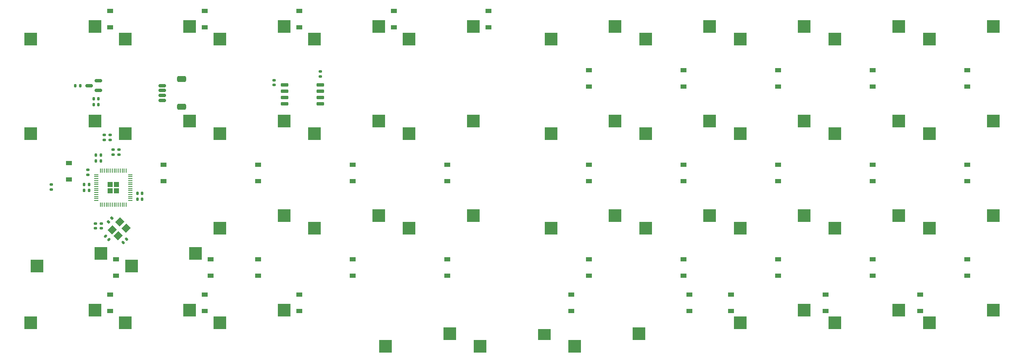
<source format=gbp>
%TF.GenerationSoftware,KiCad,Pcbnew,7.0.6*%
%TF.CreationDate,2023-12-03T11:03:35-05:00*%
%TF.ProjectId,cutiepie2040-ortho-hotswap-solder-pcb,63757469-6570-4696-9532-3034302d6f72,rev?*%
%TF.SameCoordinates,PX27bdd2cPY74f41bc*%
%TF.FileFunction,Paste,Bot*%
%TF.FilePolarity,Positive*%
%FSLAX46Y46*%
G04 Gerber Fmt 4.6, Leading zero omitted, Abs format (unit mm)*
G04 Created by KiCad (PCBNEW 7.0.6) date 2023-12-03 11:03:35*
%MOMM*%
%LPD*%
G01*
G04 APERTURE LIST*
G04 Aperture macros list*
%AMRoundRect*
0 Rectangle with rounded corners*
0 $1 Rounding radius*
0 $2 $3 $4 $5 $6 $7 $8 $9 X,Y pos of 4 corners*
0 Add a 4 corners polygon primitive as box body*
4,1,4,$2,$3,$4,$5,$6,$7,$8,$9,$2,$3,0*
0 Add four circle primitives for the rounded corners*
1,1,$1+$1,$2,$3*
1,1,$1+$1,$4,$5*
1,1,$1+$1,$6,$7*
1,1,$1+$1,$8,$9*
0 Add four rect primitives between the rounded corners*
20,1,$1+$1,$2,$3,$4,$5,0*
20,1,$1+$1,$4,$5,$6,$7,0*
20,1,$1+$1,$6,$7,$8,$9,0*
20,1,$1+$1,$8,$9,$2,$3,0*%
%AMRotRect*
0 Rectangle, with rotation*
0 The origin of the aperture is its center*
0 $1 length*
0 $2 width*
0 $3 Rotation angle, in degrees counterclockwise*
0 Add horizontal line*
21,1,$1,$2,0,0,$3*%
G04 Aperture macros list end*
%ADD10R,2.550000X2.500000*%
%ADD11RoundRect,0.140000X0.170000X-0.140000X0.170000X0.140000X-0.170000X0.140000X-0.170000X-0.140000X0*%
%ADD12R,1.200000X0.900000*%
%ADD13RoundRect,0.140000X0.021213X-0.219203X0.219203X-0.021213X-0.021213X0.219203X-0.219203X0.021213X0*%
%ADD14RoundRect,0.135000X0.035355X-0.226274X0.226274X-0.035355X-0.035355X0.226274X-0.226274X0.035355X0*%
%ADD15RoundRect,0.135000X-0.185000X0.135000X-0.185000X-0.135000X0.185000X-0.135000X0.185000X0.135000X0*%
%ADD16RoundRect,0.140000X0.140000X0.170000X-0.140000X0.170000X-0.140000X-0.170000X0.140000X-0.170000X0*%
%ADD17RoundRect,0.140000X-0.140000X-0.170000X0.140000X-0.170000X0.140000X0.170000X-0.140000X0.170000X0*%
%ADD18RoundRect,0.140000X-0.170000X0.140000X-0.170000X-0.140000X0.170000X-0.140000X0.170000X0.140000X0*%
%ADD19RoundRect,0.150000X0.587500X0.150000X-0.587500X0.150000X-0.587500X-0.150000X0.587500X-0.150000X0*%
%ADD20R,2.550000X2.170000*%
%ADD21RoundRect,0.135000X0.185000X-0.135000X0.185000X0.135000X-0.185000X0.135000X-0.185000X-0.135000X0*%
%ADD22RoundRect,0.150000X0.650000X0.150000X-0.650000X0.150000X-0.650000X-0.150000X0.650000X-0.150000X0*%
%ADD23RoundRect,0.250000X0.292217X0.292217X-0.292217X0.292217X-0.292217X-0.292217X0.292217X-0.292217X0*%
%ADD24RoundRect,0.050000X0.387500X0.050000X-0.387500X0.050000X-0.387500X-0.050000X0.387500X-0.050000X0*%
%ADD25RoundRect,0.050000X0.050000X0.387500X-0.050000X0.387500X-0.050000X-0.387500X0.050000X-0.387500X0*%
%ADD26RoundRect,0.140000X0.219203X0.021213X0.021213X0.219203X-0.219203X-0.021213X-0.021213X-0.219203X0*%
%ADD27RoundRect,0.150000X-0.625000X0.150000X-0.625000X-0.150000X0.625000X-0.150000X0.625000X0.150000X0*%
%ADD28RoundRect,0.250000X-0.650000X0.350000X-0.650000X-0.350000X0.650000X-0.350000X0.650000X0.350000X0*%
%ADD29RotRect,1.400000X1.200000X45.000000*%
G04 APERTURE END LIST*
D10*
%TO.C,MX15*%
X59589938Y35877766D03*
X72516938Y38417766D03*
%TD*%
%TO.C,MX11*%
X40539938Y35877766D03*
X53466938Y38417766D03*
%TD*%
%TO.C,MX7*%
X22732938Y28257766D03*
X35659938Y30797766D03*
%TD*%
%TO.C,MX3*%
X3682938Y28257766D03*
X16609938Y30797766D03*
%TD*%
%TO.C,MX2*%
X2439938Y54927766D03*
X15366938Y57467766D03*
%TD*%
%TO.C,MX6*%
X21489938Y54927766D03*
X34416938Y57467766D03*
%TD*%
%TO.C,MX10*%
X40539938Y54927766D03*
X53466938Y57467766D03*
%TD*%
%TO.C,MX14*%
X59589938Y54927766D03*
X72516938Y57467766D03*
%TD*%
%TO.C,MX16*%
X78639938Y73977766D03*
X91566938Y76517766D03*
%TD*%
%TO.C,MX17*%
X78639938Y54927766D03*
X91566938Y57467766D03*
%TD*%
%TO.C,MX18*%
X78639938Y35877766D03*
X91566938Y38417766D03*
%TD*%
%TO.C,MX4*%
X2439938Y16857344D03*
X15366938Y19397344D03*
%TD*%
%TO.C,MX8*%
X21489954Y16857344D03*
X34416954Y19397344D03*
%TD*%
%TO.C,MX12*%
X40539970Y16857344D03*
X53466970Y19397344D03*
%TD*%
%TO.C,MX19*%
X73877498Y12094840D03*
X86804498Y14634840D03*
%TD*%
%TO.C,MX23*%
X111977530Y12094840D03*
X124904530Y14634840D03*
%TD*%
%TO.C,MX35*%
X183414938Y73977766D03*
X196341938Y76517766D03*
%TD*%
D11*
%TO.C,C_1V-Decoup2*%
X20240676Y50717004D03*
X20240676Y51677004D03*
%TD*%
D10*
%TO.C,MX1*%
X2439938Y73977766D03*
X15366938Y76517766D03*
%TD*%
D12*
%TO.C,D6*%
X29170386Y45379806D03*
X29170386Y48679806D03*
%TD*%
%TO.C,D14*%
X67270482Y45379806D03*
X67270482Y48679806D03*
%TD*%
D13*
%TO.C,C_Crystal1*%
X21091893Y32998173D03*
X21770715Y33676995D03*
%TD*%
D10*
%TO.C,MX22*%
X107214938Y35877766D03*
X120141938Y38417766D03*
%TD*%
D12*
%TO.C,D37*%
X191095794Y26329758D03*
X191095794Y29629758D03*
%TD*%
D14*
%TO.C,R_Crystal1*%
X18094110Y37144158D03*
X18815358Y37865406D03*
%TD*%
D12*
%TO.C,D17*%
X86320530Y45379806D03*
X86320530Y48679806D03*
%TD*%
D10*
%TO.C,MX30*%
X145314938Y16827766D03*
X158241938Y19367766D03*
%TD*%
D15*
%TO.C,R_Flash1*%
X60750144Y67482825D03*
X60750144Y66462825D03*
%TD*%
D12*
%TO.C,D8*%
X37504782Y22485990D03*
X37504782Y19185990D03*
%TD*%
%TO.C,D20*%
X114895602Y64429854D03*
X114895602Y67729854D03*
%TD*%
%TO.C,D15*%
X67270482Y26329758D03*
X67270482Y29629758D03*
%TD*%
%TO.C,D31*%
X172045746Y64429854D03*
X172045746Y67729854D03*
%TD*%
D16*
%TO.C,C_3V-Decoup2*%
X16553478Y49411062D03*
X15593478Y49411062D03*
%TD*%
D12*
%TO.C,D13*%
X75604878Y79636134D03*
X75604878Y76336134D03*
%TD*%
%TO.C,D23*%
X135136278Y22485990D03*
X135136278Y19185990D03*
%TD*%
D10*
%TO.C,MX33*%
X164364938Y35877766D03*
X177291938Y38417766D03*
%TD*%
D11*
%TO.C,C_3V-Decoup7*%
X19050048Y50717004D03*
X19050048Y51677004D03*
%TD*%
D12*
%TO.C,D32*%
X172045746Y45379806D03*
X172045746Y48679806D03*
%TD*%
%TO.C,D4*%
X18454734Y22485990D03*
X18454734Y19185990D03*
%TD*%
D10*
%TO.C,MX13*%
X59589938Y73977766D03*
X72516938Y76517766D03*
%TD*%
D17*
%TO.C,C_3V-Decoup9*%
X23927874Y42862608D03*
X24887874Y42862608D03*
%TD*%
D16*
%TO.C,C_3V-Decoup4*%
X14172222Y43457922D03*
X13212222Y43457922D03*
%TD*%
D12*
%TO.C,D26*%
X133945650Y26329758D03*
X133945650Y29629758D03*
%TD*%
D10*
%TO.C,MX29*%
X145314938Y35877766D03*
X158241938Y38417766D03*
%TD*%
D12*
%TO.C,D28*%
X152995698Y45379806D03*
X152995698Y48679806D03*
%TD*%
D15*
%TO.C,R_DATA1*%
X18454734Y54683574D03*
X18454734Y53663574D03*
%TD*%
D10*
%TO.C,MX5*%
X21489938Y73977766D03*
X34416938Y76517766D03*
%TD*%
D18*
%TO.C,C_3V-Decoup8*%
X16668792Y36794154D03*
X16668792Y35834154D03*
%TD*%
D10*
%TO.C,MX24*%
X126264938Y73977766D03*
X139191938Y76517766D03*
%TD*%
D11*
%TO.C,C_Flash1*%
X51494661Y64706883D03*
X51494661Y65666883D03*
%TD*%
D10*
%TO.C,MX21*%
X107214938Y54927766D03*
X120141938Y57467766D03*
%TD*%
%TO.C,MX32*%
X164364938Y54927766D03*
X177291938Y57467766D03*
%TD*%
%TO.C,MX38*%
X183414938Y16827766D03*
X196341938Y19367766D03*
%TD*%
D12*
%TO.C,D10*%
X48220434Y45379806D03*
X48220434Y48679806D03*
%TD*%
D10*
%TO.C,MX20*%
X107214938Y73977766D03*
X120141938Y76517766D03*
%TD*%
D12*
%TO.C,D35*%
X191095794Y64429854D03*
X191095794Y67729854D03*
%TD*%
%TO.C,D38*%
X181570770Y22485990D03*
X181570770Y19185990D03*
%TD*%
%TO.C,D19*%
X111323718Y22485990D03*
X111323718Y19185990D03*
%TD*%
D19*
%TO.C,U3*%
X16073478Y65553284D03*
X16073478Y63653284D03*
X14198478Y64603284D03*
%TD*%
D10*
%TO.C,MX36*%
X183414938Y54927766D03*
X196341938Y57467766D03*
%TD*%
D12*
%TO.C,D25*%
X133945650Y45379806D03*
X133945650Y48679806D03*
%TD*%
D10*
%TO.C,MX37*%
X183414938Y35877766D03*
X196341938Y38417766D03*
%TD*%
D12*
%TO.C,D11*%
X48220434Y26329758D03*
X48220434Y29629758D03*
%TD*%
D18*
%TO.C,C_1V-Decoup3*%
X15478164Y36794154D03*
X15478164Y35834154D03*
%TD*%
D10*
%TO.C,MX26*%
X126264938Y35877766D03*
X139191938Y38417766D03*
%TD*%
D12*
%TO.C,D18*%
X86320530Y26329758D03*
X86320530Y29629758D03*
%TD*%
D10*
%TO.C,MX44*%
X92927514Y12094840D03*
D20*
X105854514Y14469840D03*
%TD*%
D10*
%TO.C,MX9*%
X40539938Y73977766D03*
X53466938Y76517766D03*
%TD*%
D12*
%TO.C,D34*%
X162520722Y22485990D03*
X162520722Y19185990D03*
%TD*%
%TO.C,D2*%
X10120338Y45677463D03*
X10120338Y48977463D03*
%TD*%
%TO.C,D3*%
X19645362Y26329758D03*
X19645362Y29629758D03*
%TD*%
%TO.C,D29*%
X152995698Y26329758D03*
X152995698Y29629758D03*
%TD*%
%TO.C,D16*%
X94654926Y79636134D03*
X94654926Y76336134D03*
%TD*%
D17*
%TO.C,C_3V-Decoup6*%
X23927874Y41671980D03*
X24887874Y41671980D03*
%TD*%
D12*
%TO.C,D30*%
X143470674Y22485990D03*
X143470674Y19185990D03*
%TD*%
%TO.C,D1*%
X18454734Y79636134D03*
X18454734Y76336134D03*
%TD*%
D16*
%TO.C,C_3V-Decoup1*%
X16073478Y60722028D03*
X15113478Y60722028D03*
%TD*%
%TO.C,C_LD1*%
X12386280Y64603284D03*
X11426280Y64603284D03*
%TD*%
D21*
%TO.C,R_RST1*%
X6548454Y43628550D03*
X6548454Y44648550D03*
%TD*%
D22*
%TO.C,U2*%
X60750144Y64710627D03*
X60750144Y63440627D03*
X60750144Y62170627D03*
X60750144Y60900627D03*
X53550144Y60900627D03*
X53550144Y62170627D03*
X53550144Y63440627D03*
X53550144Y64710627D03*
%TD*%
D12*
%TO.C,D33*%
X172045746Y26329758D03*
X172045746Y29629758D03*
%TD*%
%TO.C,D36*%
X191095794Y45379806D03*
X191095794Y48679806D03*
%TD*%
%TO.C,D7*%
X38695410Y26329758D03*
X38695410Y29629758D03*
%TD*%
%TO.C,D12*%
X56554830Y22485990D03*
X56554830Y19185990D03*
%TD*%
D16*
%TO.C,C_1V-Decoup1*%
X16553478Y50601690D03*
X15593478Y50601690D03*
%TD*%
D11*
%TO.C,C_3V-Decoup3*%
X13989879Y46653236D03*
X13989879Y47613236D03*
%TD*%
D10*
%TO.C,MX27*%
X145314938Y73977766D03*
X158241938Y76517766D03*
%TD*%
D12*
%TO.C,D22*%
X114895602Y26329758D03*
X114895602Y29629758D03*
%TD*%
D23*
%TO.C,U1*%
X19687548Y43415736D03*
X19687548Y44690736D03*
X18412548Y43415736D03*
X18412548Y44690736D03*
D24*
X22487548Y46653236D03*
X22487548Y46253236D03*
X22487548Y45853236D03*
X22487548Y45453236D03*
X22487548Y45053236D03*
X22487548Y44653236D03*
X22487548Y44253236D03*
X22487548Y43853236D03*
X22487548Y43453236D03*
X22487548Y43053236D03*
X22487548Y42653236D03*
X22487548Y42253236D03*
X22487548Y41853236D03*
X22487548Y41453236D03*
D25*
X21650048Y40615736D03*
X21250048Y40615736D03*
X20850048Y40615736D03*
X20450048Y40615736D03*
X20050048Y40615736D03*
X19650048Y40615736D03*
X19250048Y40615736D03*
X18850048Y40615736D03*
X18450048Y40615736D03*
X18050048Y40615736D03*
X17650048Y40615736D03*
X17250048Y40615736D03*
X16850048Y40615736D03*
X16450048Y40615736D03*
D24*
X15612548Y41453236D03*
X15612548Y41853236D03*
X15612548Y42253236D03*
X15612548Y42653236D03*
X15612548Y43053236D03*
X15612548Y43453236D03*
X15612548Y43853236D03*
X15612548Y44253236D03*
X15612548Y44653236D03*
X15612548Y45053236D03*
X15612548Y45453236D03*
X15612548Y45853236D03*
X15612548Y46253236D03*
X15612548Y46653236D03*
D25*
X16450048Y47490736D03*
X16850048Y47490736D03*
X17250048Y47490736D03*
X17650048Y47490736D03*
X18050048Y47490736D03*
X18450048Y47490736D03*
X18850048Y47490736D03*
X19250048Y47490736D03*
X19650048Y47490736D03*
X20050048Y47490736D03*
X20450048Y47490736D03*
X20850048Y47490736D03*
X21250048Y47490736D03*
X21650048Y47490736D03*
%TD*%
D12*
%TO.C,D27*%
X152995698Y64429854D03*
X152995698Y67729854D03*
%TD*%
D26*
%TO.C,C_Crystal2*%
X18198831Y33593487D03*
X17520009Y34272309D03*
%TD*%
D10*
%TO.C,MX28*%
X145314938Y54927766D03*
X158241938Y57467766D03*
%TD*%
%TO.C,MX25*%
X126264938Y54927766D03*
X139191938Y57467766D03*
%TD*%
D12*
%TO.C,D9*%
X56554830Y79636134D03*
X56554830Y76336134D03*
%TD*%
%TO.C,D24*%
X133945650Y64429854D03*
X133945650Y67729854D03*
%TD*%
D16*
%TO.C,C_3V-Decoup5*%
X14172222Y44648550D03*
X13212222Y44648550D03*
%TD*%
D15*
%TO.C,R_DATA2*%
X17264106Y54683574D03*
X17264106Y53663574D03*
%TD*%
D10*
%TO.C,MX34*%
X164364938Y16827766D03*
X177291938Y19367766D03*
%TD*%
D16*
%TO.C,C_LD2*%
X16073478Y61912656D03*
X15113478Y61912656D03*
%TD*%
D27*
%TO.C,J1*%
X28956328Y64603284D03*
X28956328Y63603284D03*
X28956328Y62603284D03*
X28956328Y61603284D03*
D28*
X32831328Y65903284D03*
X32831328Y60303284D03*
%TD*%
D12*
%TO.C,D21*%
X114895602Y45379806D03*
X114895602Y48679806D03*
%TD*%
D29*
%TO.C,Y1*%
X18861818Y35542063D03*
X20417453Y37097698D03*
X21619534Y35895617D03*
X20063899Y34339982D03*
%TD*%
D12*
%TO.C,D5*%
X37504782Y79636134D03*
X37504782Y76336134D03*
%TD*%
D10*
%TO.C,MX31*%
X164364938Y73977766D03*
X177291938Y76517766D03*
%TD*%
M02*

</source>
